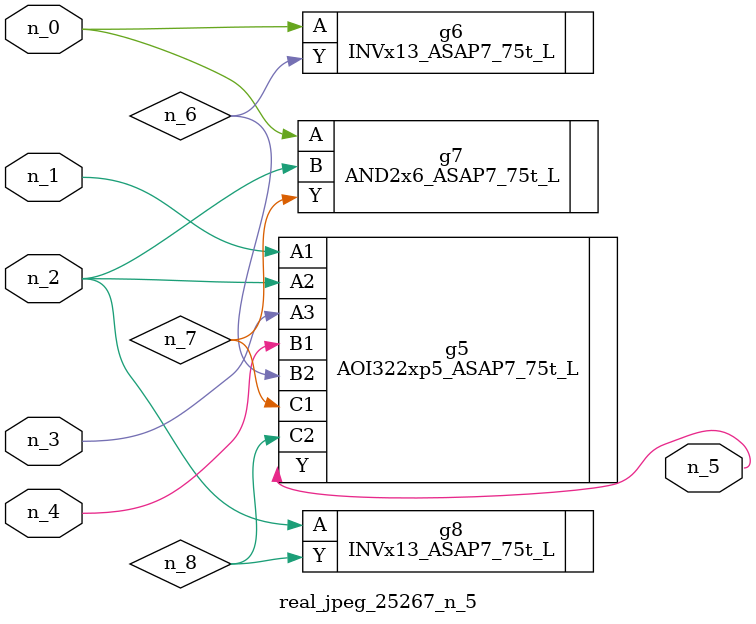
<source format=v>
module real_jpeg_25267_n_5 (n_4, n_0, n_1, n_2, n_3, n_5);

input n_4;
input n_0;
input n_1;
input n_2;
input n_3;

output n_5;

wire n_8;
wire n_6;
wire n_7;

INVx13_ASAP7_75t_L g6 ( 
.A(n_0),
.Y(n_6)
);

AND2x6_ASAP7_75t_L g7 ( 
.A(n_0),
.B(n_2),
.Y(n_7)
);

AOI322xp5_ASAP7_75t_L g5 ( 
.A1(n_1),
.A2(n_2),
.A3(n_3),
.B1(n_4),
.B2(n_6),
.C1(n_7),
.C2(n_8),
.Y(n_5)
);

INVx13_ASAP7_75t_L g8 ( 
.A(n_2),
.Y(n_8)
);


endmodule
</source>
